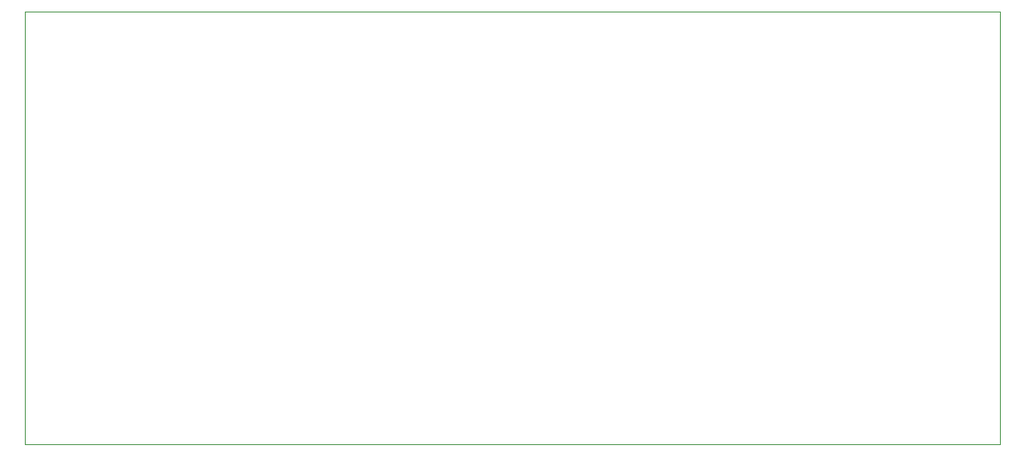
<source format=gbr>
G04 #@! TF.GenerationSoftware,KiCad,Pcbnew,(5.1.2-1)-1*
G04 #@! TF.CreationDate,2020-02-23T09:00:00-05:00*
G04 #@! TF.ProjectId,IO_Board,494f5f42-6f61-4726-942e-6b696361645f,rev?*
G04 #@! TF.SameCoordinates,Original*
G04 #@! TF.FileFunction,Profile,NP*
%FSLAX46Y46*%
G04 Gerber Fmt 4.6, Leading zero omitted, Abs format (unit mm)*
G04 Created by KiCad (PCBNEW (5.1.2-1)-1) date 2020-02-23 09:00:00*
%MOMM*%
%LPD*%
G04 APERTURE LIST*
%ADD10C,0.050000*%
G04 APERTURE END LIST*
D10*
X34036000Y-78740000D02*
X133604000Y-78740000D01*
X34036000Y-34544000D02*
X34036000Y-78740000D01*
X133604000Y-34544000D02*
X34036000Y-34544000D01*
X133604000Y-78740000D02*
X133604000Y-34544000D01*
M02*

</source>
